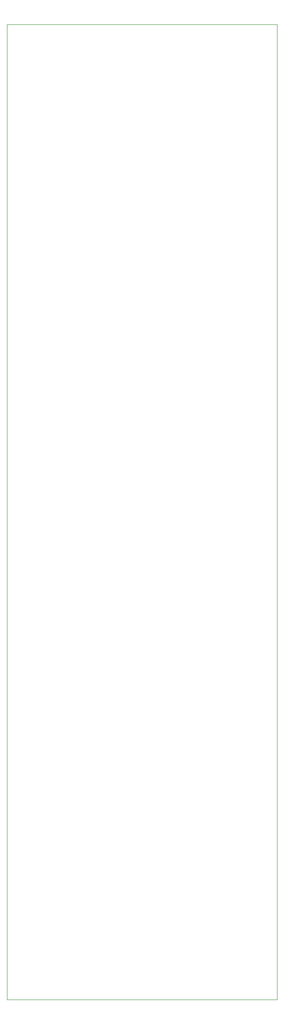
<source format=gm1>
%TF.GenerationSoftware,KiCad,Pcbnew,9.0.6*%
%TF.CreationDate,2025-12-14T22:45:36+01:00*%
%TF.ProjectId,balancingboardbyd,62616c61-6e63-4696-9e67-626f61726462,rev?*%
%TF.SameCoordinates,Original*%
%TF.FileFunction,Profile,NP*%
%FSLAX46Y46*%
G04 Gerber Fmt 4.6, Leading zero omitted, Abs format (unit mm)*
G04 Created by KiCad (PCBNEW 9.0.6) date 2025-12-14 22:45:36*
%MOMM*%
%LPD*%
G01*
G04 APERTURE LIST*
%TA.AperFunction,Profile*%
%ADD10C,0.050000*%
%TD*%
G04 APERTURE END LIST*
D10*
X119020000Y-42320000D02*
X171520000Y-42320000D01*
X171520000Y-231620000D01*
X119020000Y-231620000D01*
X119020000Y-42320000D01*
M02*

</source>
